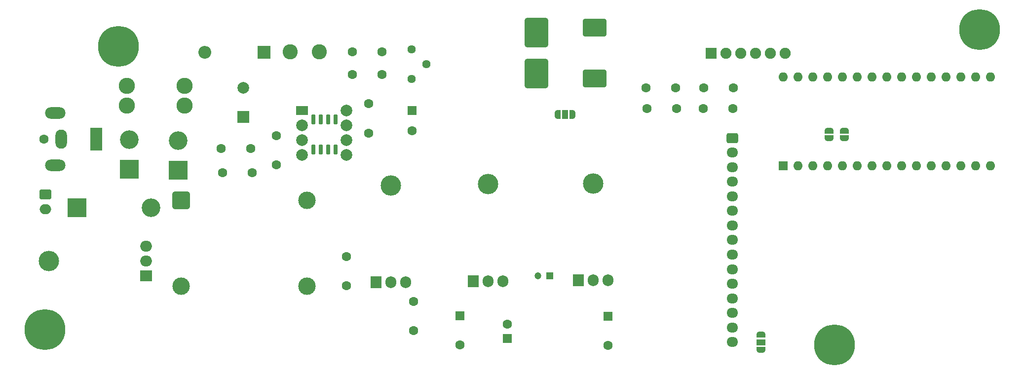
<source format=gts>
G04 #@! TF.GenerationSoftware,KiCad,Pcbnew,8.0.6*
G04 #@! TF.CreationDate,2024-11-16T13:19:29-06:00*
G04 #@! TF.ProjectId,1400-PSU,31343030-2d50-4535-952e-6b696361645f,rev?*
G04 #@! TF.SameCoordinates,Original*
G04 #@! TF.FileFunction,Soldermask,Top*
G04 #@! TF.FilePolarity,Negative*
%FSLAX46Y46*%
G04 Gerber Fmt 4.6, Leading zero omitted, Abs format (unit mm)*
G04 Created by KiCad (PCBNEW 8.0.6) date 2024-11-16 13:19:29*
%MOMM*%
%LPD*%
G01*
G04 APERTURE LIST*
G04 Aperture macros list*
%AMRoundRect*
0 Rectangle with rounded corners*
0 $1 Rounding radius*
0 $2 $3 $4 $5 $6 $7 $8 $9 X,Y pos of 4 corners*
0 Add a 4 corners polygon primitive as box body*
4,1,4,$2,$3,$4,$5,$6,$7,$8,$9,$2,$3,0*
0 Add four circle primitives for the rounded corners*
1,1,$1+$1,$2,$3*
1,1,$1+$1,$4,$5*
1,1,$1+$1,$6,$7*
1,1,$1+$1,$8,$9*
0 Add four rect primitives between the rounded corners*
20,1,$1+$1,$2,$3,$4,$5,0*
20,1,$1+$1,$4,$5,$6,$7,0*
20,1,$1+$1,$6,$7,$8,$9,0*
20,1,$1+$1,$8,$9,$2,$3,0*%
%AMFreePoly0*
4,1,19,0.500000,-0.750000,0.000000,-0.750000,0.000000,-0.744911,-0.071157,-0.744911,-0.207708,-0.704816,-0.327430,-0.627875,-0.420627,-0.520320,-0.479746,-0.390866,-0.500000,-0.250000,-0.500000,0.250000,-0.479746,0.390866,-0.420627,0.520320,-0.327430,0.627875,-0.207708,0.704816,-0.071157,0.744911,0.000000,0.744911,0.000000,0.750000,0.500000,0.750000,0.500000,-0.750000,0.500000,-0.750000,
$1*%
%AMFreePoly1*
4,1,19,0.000000,0.744911,0.071157,0.744911,0.207708,0.704816,0.327430,0.627875,0.420627,0.520320,0.479746,0.390866,0.500000,0.250000,0.500000,-0.250000,0.479746,-0.390866,0.420627,-0.520320,0.327430,-0.627875,0.207708,-0.704816,0.071157,-0.744911,0.000000,-0.744911,0.000000,-0.750000,-0.500000,-0.750000,-0.500000,0.750000,0.000000,0.750000,0.000000,0.744911,0.000000,0.744911,
$1*%
%AMFreePoly2*
4,1,19,0.550000,-0.750000,0.000000,-0.750000,0.000000,-0.744911,-0.071157,-0.744911,-0.207708,-0.704816,-0.327430,-0.627875,-0.420627,-0.520320,-0.479746,-0.390866,-0.500000,-0.250000,-0.500000,0.250000,-0.479746,0.390866,-0.420627,0.520320,-0.327430,0.627875,-0.207708,0.704816,-0.071157,0.744911,0.000000,0.744911,0.000000,0.750000,0.550000,0.750000,0.550000,-0.750000,0.550000,-0.750000,
$1*%
%AMFreePoly3*
4,1,19,0.000000,0.744911,0.071157,0.744911,0.207708,0.704816,0.327430,0.627875,0.420627,0.520320,0.479746,0.390866,0.500000,0.250000,0.500000,-0.250000,0.479746,-0.390866,0.420627,-0.520320,0.327430,-0.627875,0.207708,-0.704816,0.071157,-0.744911,0.000000,-0.744911,0.000000,-0.750000,-0.550000,-0.750000,-0.550000,0.750000,0.000000,0.750000,0.000000,0.744911,0.000000,0.744911,
$1*%
G04 Aperture macros list end*
%ADD10C,3.900000*%
%ADD11C,7.000000*%
%ADD12C,1.600000*%
%ADD13R,2.000000X4.000000*%
%ADD14O,2.000000X3.300000*%
%ADD15O,3.500000X2.000000*%
%ADD16R,1.600000X1.600000*%
%ADD17R,2.200000X2.200000*%
%ADD18O,2.200000X2.200000*%
%ADD19C,2.600000*%
%ADD20O,3.500000X3.500000*%
%ADD21R,2.000000X1.905000*%
%ADD22O,2.000000X1.905000*%
%ADD23FreePoly0,90.000000*%
%ADD24FreePoly1,90.000000*%
%ADD25RoundRect,0.250000X-0.725000X0.600000X-0.725000X-0.600000X0.725000X-0.600000X0.725000X0.600000X0*%
%ADD26O,1.950000X1.700000*%
%ADD27FreePoly2,270.000000*%
%ADD28R,1.500000X1.000000*%
%ADD29FreePoly3,270.000000*%
%ADD30R,3.200000X3.200000*%
%ADD31O,3.200000X3.200000*%
%ADD32FreePoly2,180.000000*%
%ADD33R,1.000000X1.500000*%
%ADD34FreePoly3,180.000000*%
%ADD35R,2.000000X2.000000*%
%ADD36C,2.000000*%
%ADD37R,2.000000X1.600000*%
%ADD38RoundRect,0.150000X0.150000X-0.725000X0.150000X0.725000X-0.150000X0.725000X-0.150000X-0.725000X0*%
%ADD39O,1.600000X1.600000*%
%ADD40R,1.200000X1.200000*%
%ADD41C,1.200000*%
%ADD42C,2.780000*%
%ADD43R,1.905000X1.905000*%
%ADD44C,1.905000*%
%ADD45RoundRect,0.375000X-1.125000X-1.125000X1.125000X-1.125000X1.125000X1.125000X-1.125000X1.125000X0*%
%ADD46C,3.000000*%
%ADD47C,1.440000*%
%ADD48RoundRect,0.333333X-1.666667X-2.166667X1.666667X-2.166667X1.666667X2.166667X-1.666667X2.166667X0*%
%ADD49RoundRect,0.250000X-1.750000X-1.250000X1.750000X-1.250000X1.750000X1.250000X-1.750000X1.250000X0*%
%ADD50RoundRect,0.250000X-0.750000X0.600000X-0.750000X-0.600000X0.750000X-0.600000X0.750000X0.600000X0*%
%ADD51O,2.000000X1.700000*%
%ADD52R,1.905000X2.000000*%
%ADD53O,1.905000X2.000000*%
G04 APERTURE END LIST*
D10*
X197540000Y-117690000D03*
D11*
X197540000Y-117690000D03*
D12*
X61850000Y-82390000D03*
D13*
X70850000Y-82390000D03*
D14*
X64850000Y-82390000D03*
D15*
X63850000Y-77890000D03*
X63850000Y-86890000D03*
D12*
X125290000Y-110240000D03*
X125290000Y-115240000D03*
X92280000Y-84040000D03*
X97360000Y-84040000D03*
D16*
X141420000Y-116652380D03*
D12*
X141420000Y-114152380D03*
D17*
X99650000Y-67500000D03*
D18*
X89490000Y-67500000D03*
D19*
X109140000Y-67440000D03*
X104140000Y-67440000D03*
D20*
X62730000Y-103340000D03*
D21*
X79390000Y-105880000D03*
D22*
X79390000Y-103340000D03*
X79390000Y-100800000D03*
D12*
X165145000Y-73630000D03*
X170225000Y-73630000D03*
D16*
X125080000Y-77500000D03*
D12*
X125080000Y-81000000D03*
D16*
X133270000Y-112717349D03*
D12*
X133270000Y-117717349D03*
D23*
X199180000Y-82260000D03*
D24*
X199180000Y-80960000D03*
D25*
X180020000Y-82230000D03*
D26*
X180020000Y-84730000D03*
X180020000Y-87230000D03*
X180020000Y-89730000D03*
X180020000Y-92230000D03*
X180020000Y-94730000D03*
X180020000Y-97230000D03*
X180020000Y-99730000D03*
X180020000Y-102230000D03*
X180020000Y-104730000D03*
X180020000Y-107230000D03*
X180020000Y-109730000D03*
X180020000Y-112230000D03*
X180020000Y-114730000D03*
X180020000Y-117230000D03*
D12*
X113740000Y-102590000D03*
X113740000Y-107590000D03*
D27*
X184900000Y-115970000D03*
D28*
X184900000Y-117270000D03*
D29*
X184900000Y-118570000D03*
D12*
X175045000Y-73640000D03*
X180125000Y-73640000D03*
D23*
X196580000Y-82260000D03*
D24*
X196580000Y-80960000D03*
D10*
X62030000Y-115120000D03*
D11*
X62030000Y-115120000D03*
D30*
X67540000Y-94190000D03*
D31*
X80240000Y-94190000D03*
D12*
X165345000Y-77130000D03*
X170425000Y-77130000D03*
X117580000Y-76320000D03*
X117580000Y-81400000D03*
D32*
X152590000Y-78170000D03*
D33*
X151290000Y-78170000D03*
D34*
X149990000Y-78170000D03*
D10*
X74690000Y-66520000D03*
D11*
X74690000Y-66520000D03*
D12*
X92520000Y-88190000D03*
X97600000Y-88190000D03*
X119900000Y-71330000D03*
X114820000Y-71330000D03*
D35*
X96080000Y-78587677D03*
D36*
X96080000Y-73587677D03*
D30*
X84930000Y-87710000D03*
D31*
X84930000Y-82630000D03*
D37*
X106170000Y-77480000D03*
D38*
X108125000Y-84160000D03*
D36*
X106170000Y-80020000D03*
D38*
X109395000Y-84160000D03*
D36*
X106170000Y-82560000D03*
D38*
X110665000Y-84160000D03*
D36*
X106170000Y-85100000D03*
D38*
X111935000Y-84160000D03*
X111935000Y-79010000D03*
D36*
X113790000Y-85100000D03*
D38*
X110665000Y-79010000D03*
D36*
X113790000Y-82560000D03*
D38*
X109395000Y-79010000D03*
D36*
X113790000Y-80020000D03*
D38*
X108125000Y-79010000D03*
D36*
X113790000Y-77480000D03*
D16*
X188670000Y-87010000D03*
D39*
X191210000Y-87010000D03*
X193750000Y-87010000D03*
X196290000Y-87010000D03*
X198830000Y-87010000D03*
X201370000Y-87010000D03*
X203910000Y-87010000D03*
X206450000Y-87010000D03*
X208990000Y-87010000D03*
X211530000Y-87010000D03*
X214070000Y-87010000D03*
X216610000Y-87010000D03*
X219150000Y-87010000D03*
X221690000Y-87010000D03*
X224230000Y-87010000D03*
X224230000Y-71770000D03*
X221690000Y-71770000D03*
X219150000Y-71770000D03*
X216610000Y-71770000D03*
X214070000Y-71770000D03*
X211530000Y-71770000D03*
X208990000Y-71770000D03*
X206450000Y-71770000D03*
X203910000Y-71770000D03*
X201370000Y-71770000D03*
X198830000Y-71770000D03*
X196290000Y-71770000D03*
X193750000Y-71770000D03*
X191210000Y-71770000D03*
X188670000Y-71770000D03*
D10*
X222390000Y-63590000D03*
D11*
X222390000Y-63590000D03*
D40*
X148632600Y-105840000D03*
D41*
X146632600Y-105840000D03*
D42*
X86000000Y-76670000D03*
X86000000Y-73270000D03*
X76080000Y-76670000D03*
X76080000Y-73270000D03*
D12*
X101730000Y-81840000D03*
X101730000Y-86840000D03*
D43*
X176390000Y-67670000D03*
D44*
X178930000Y-67670000D03*
X181470000Y-67670000D03*
X184010000Y-67670000D03*
X186550000Y-67670000D03*
X189090000Y-67670000D03*
D30*
X76570000Y-87590000D03*
D31*
X76570000Y-82510000D03*
D45*
X85386000Y-92934000D03*
D46*
X85386000Y-107666000D03*
X106976000Y-107666000D03*
X106976000Y-92934000D03*
D16*
X158660000Y-112830000D03*
D12*
X158660000Y-117830000D03*
X119900000Y-67470000D03*
X114820000Y-67470000D03*
X175030000Y-77130000D03*
X180110000Y-77130000D03*
D47*
X124960000Y-67010000D03*
X127500000Y-69550000D03*
X124960000Y-72090000D03*
D48*
X146385000Y-64140000D03*
D49*
X156385000Y-63265000D03*
D48*
X146385000Y-71140000D03*
D49*
X156385000Y-72015000D03*
D50*
X62170000Y-91910000D03*
D51*
X62170000Y-94410000D03*
D20*
X138090000Y-90100000D03*
D52*
X135550000Y-106760000D03*
D53*
X138090000Y-106760000D03*
X140630000Y-106760000D03*
D20*
X156140000Y-90000000D03*
D52*
X153600000Y-106660000D03*
D53*
X156140000Y-106660000D03*
X158680000Y-106660000D03*
D20*
X121370000Y-90340000D03*
D52*
X118830000Y-107000000D03*
D53*
X121370000Y-107000000D03*
X123910000Y-107000000D03*
M02*

</source>
